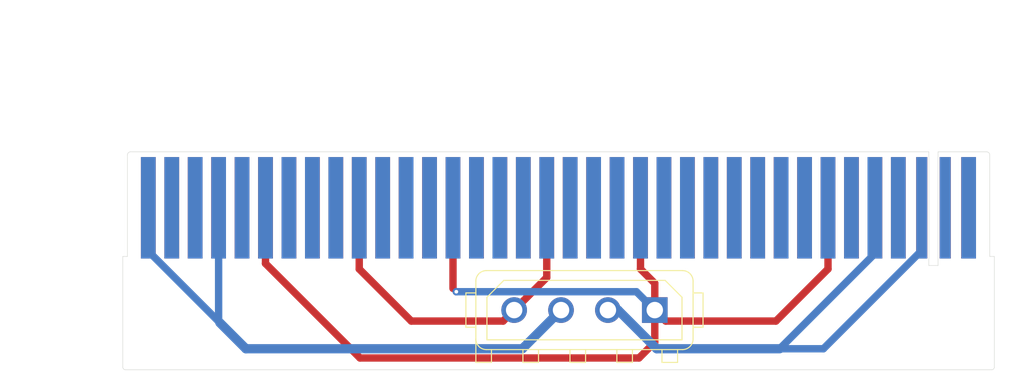
<source format=kicad_pcb>
(kicad_pcb (version 20240108) (generator "pcbnew") (generator_version "8.0")
  (layers (0 "F.Cu" signal) (31 "B.Cu" signal) (34 "B.Paste" user) (35 "F.Paste" user) (36 "B.SilkS" user "B.Silkscreen") (37 "F.SilkS" user "F.Silkscreen") (38 "B.Mask" user) (39 "F.Mask" user) (44 "Edge.Cuts" user))
  (net 0 "")
  (net 1 "FCU_12")
  (net 2 "FCU_5")
  (net 3 "BCU_GND_1")
  (net 4 "BCU_GND_2")
  (footprint "EdgeConnectors:FloppyEdge" (layer "F.Cu") (at 167.642651 87.344598)
    (property "Reference" "FloppyEdge")
    (property "Value" "FloppyEdge")
    (pad "1" smd rect (at 20.32 -7.62) (size 1.6 11) (layers "F.Cu" "F.Paste" "F.Mask"))
    (pad "2" smd rect (at 20.32 -7.62) (size 1.6 11) (layers "B.Cu" "B.Paste" "B.Mask"))
    (pad "3" smd rect (at 17.78 -7.62) (size 1.2 11) (layers "F.Cu" "F.Paste" "F.Mask"))
    (pad "4" smd rect (at 17.78 -7.62) (size 1.2 11) (layers "B.Cu" "B.Paste" "B.Mask"))
    (pad "5" smd rect (at 15.24 -7.62) (size 1.2 11) (layers "F.Cu" "F.Paste" "F.Mask"))
    (pad "6" smd rect (at 15.24 -7.62) (size 1.2 11) (layers "B.Cu" "B.Paste" "B.Mask") (net 3 "BCU_GND_1"))
    (pad "7" smd rect (at 12.7 -7.62) (size 1.6 11) (layers "F.Cu" "F.Paste" "F.Mask"))
    (pad "8" smd rect (at 12.7 -7.62) (size 1.6 11) (layers "B.Cu" "B.Paste" "B.Mask"))
    (pad "9" smd rect (at 10.16 -7.62) (size 1.6 11) (layers "F.Cu" "F.Paste" "F.Mask"))
    (pad "10" smd rect (at 10.16 -7.62) (size 1.6 11) (layers "B.Cu" "B.Paste" "B.Mask") (net 3 "BCU_GND_1"))
    (pad "11" smd rect (at 7.62 -7.62) (size 1.6 11) (layers "F.Cu" "F.Paste" "F.Mask"))
    (pad "12" smd rect (at 7.62 -7.62) (size 1.6 11) (layers "B.Cu" "B.Paste" "B.Mask"))
    (pad "13" smd rect (at 5.08 -7.62) (size 1.6 11) (layers "F.Cu" "F.Paste" "F.Mask") (net 2 "FCU_5"))
    (pad "14" smd rect (at 5.08 -7.62) (size 1.6 11) (layers "B.Cu" "B.Paste" "B.Mask"))
    (pad "15" smd rect (at 2.54 -7.62) (size 1.6 11) (layers "F.Cu" "F.Paste" "F.Mask"))
    (pad "16" smd rect (at 2.54 -7.62) (size 1.6 11) (layers "B.Cu" "B.Paste" "B.Mask"))
    (pad "17" smd rect (at 0 -7.62) (size 1.6 11) (layers "F.Cu" "F.Paste" "F.Mask"))
    (pad "18" smd rect (at 0 -7.62) (size 1.6 11) (layers "B.Cu" "B.Paste" "B.Mask"))
    (pad "19" smd rect (at -2.54 -7.62) (size 1.6 11) (layers "F.Cu" "F.Paste" "F.Mask"))
    (pad "20" smd rect (at -2.54 -7.62) (size 1.6 11) (layers "B.Cu" "B.Paste" "B.Mask"))
    (pad "21" smd rect (at -5.08 -7.62) (size 1.6 11) (layers "F.Cu" "F.Paste" "F.Mask"))
    (pad "22" smd rect (at -5.08 -7.62) (size 1.6 11) (layers "B.Cu" "B.Paste" "B.Mask"))
    (pad "23" smd rect (at -7.62 -7.62) (size 1.6 11) (layers "F.Cu" "F.Paste" "F.Mask"))
    (pad "24" smd rect (at -7.62 -7.62) (size 1.6 11) (layers "B.Cu" "B.Paste" "B.Mask"))
    (pad "25" smd rect (at -10.16 -7.62) (size 1.6 11) (layers "F.Cu" "F.Paste" "F.Mask"))
    (pad "26" smd rect (at -10.16 -7.62) (size 1.6 11) (layers "B.Cu" "B.Paste" "B.Mask"))
    (pad "27" smd rect (at -12.7 -7.62) (size 1.6 11) (layers "F.Cu" "F.Paste" "F.Mask"))
    (pad "28" smd rect (at -12.7 -7.62) (size 1.6 11) (layers "B.Cu" "B.Paste" "B.Mask"))
    (pad "29" smd rect (at -15.24 -7.62) (size 1.6 11) (layers "F.Cu" "F.Paste" "F.Mask") (net 2 "FCU_5"))
    (pad "30" smd rect (at -15.24 -7.62) (size 1.6 11) (layers "B.Cu" "B.Paste" "B.Mask"))
    (pad "31" smd rect (at -17.78 -7.62) (size 1.6 11) (layers "F.Cu" "F.Paste" "F.Mask"))
    (pad "32" smd rect (at -17.78 -7.62) (size 1.6 11) (layers "B.Cu" "B.Paste" "B.Mask"))
    (pad "33" smd rect (at -20.32 -7.62) (size 1.6 11) (layers "F.Cu" "F.Paste" "F.Mask"))
    (pad "34" smd rect (at -20.32 -7.62) (size 1.6 11) (layers "B.Cu" "B.Paste" "B.Mask"))
    (pad "35" smd rect (at -22.86 -7.62) (size 1.6 11) (layers "F.Cu" "F.Paste" "F.Mask"))
    (pad "36" smd rect (at -22.86 -7.62) (size 1.6 11) (layers "B.Cu" "B.Paste" "B.Mask"))
    (pad "37" smd rect (at -25.4 -7.62) (size 1.6 11) (layers "F.Cu" "F.Paste" "F.Mask") (net 1 "FCU_12"))
    (pad "38" smd rect (at -25.4 -7.62) (size 1.6 11) (layers "B.Cu" "B.Paste" "B.Mask"))
    (pad "39" smd rect (at -27.94 -7.62) (size 1.6 11) (layers "F.Cu" "F.Paste" "F.Mask"))
    (pad "40" smd rect (at -27.94 -7.62) (size 1.6 11) (layers "B.Cu" "B.Paste" "B.Mask"))
    (pad "41" smd rect (at -30.48 -7.62) (size 1.6 11) (layers "F.Cu" "F.Paste" "F.Mask"))
    (pad "42" smd rect (at -30.48 -7.62) (size 1.6 11) (layers "B.Cu" "B.Paste" "B.Mask"))
    (pad "43" smd rect (at -33.02 -7.62) (size 1.6 11) (layers "F.Cu" "F.Paste" "F.Mask"))
    (pad "44" smd rect (at -33.02 -7.62) (size 1.6 11) (layers "B.Cu" "B.Paste" "B.Mask"))
    (pad "45" smd rect (at -35.56 -7.62) (size 1.6 11) (layers "F.Cu" "F.Paste" "F.Mask") (net 2 "FCU_5"))
    (pad "46" smd rect (at -35.56 -7.62) (size 1.6 11) (layers "B.Cu" "B.Paste" "B.Mask"))
    (pad "47" smd rect (at -38.1 -7.62) (size 1.6 11) (layers "F.Cu" "F.Paste" "F.Mask"))
    (pad "48" smd rect (at -38.1 -7.62) (size 1.6 11) (layers "B.Cu" "B.Paste" "B.Mask"))
    (pad "49" smd rect (at -40.64 -7.62) (size 1.6 11) (layers "F.Cu" "F.Paste" "F.Mask"))
    (pad "50" smd rect (at -40.64 -7.62) (size 1.6 11) (layers "B.Cu" "B.Paste" "B.Mask"))
    (pad "51" smd rect (at -43.18 -7.62) (size 1.6 11) (layers "F.Cu" "F.Paste" "F.Mask"))
    (pad "52" smd rect (at -43.18 -7.62) (size 1.6 11) (layers "B.Cu" "B.Paste" "B.Mask"))
    (pad "53" smd rect (at -45.72 -7.62) (size 1.6 11) (layers "F.Cu" "F.Paste" "F.Mask") (net 1 "FCU_12"))
    (pad "54" smd rect (at -45.72 -7.62) (size 1.6 11) (layers "B.Cu" "B.Paste" "B.Mask"))
    (pad "55" smd rect (at -48.26 -7.62) (size 1.6 11) (layers "F.Cu" "F.Paste" "F.Mask"))
    (pad "56" smd rect (at -48.26 -7.62) (size 1.6 11) (layers "B.Cu" "B.Paste" "B.Mask"))
    (pad "57" smd rect (at -50.8 -7.62) (size 1.6 11) (layers "F.Cu" "F.Paste" "F.Mask"))
    (pad "58" smd rect (at -50.8 -7.62) (size 1.6 11) (layers "B.Cu" "B.Paste" "B.Mask"))
    (pad "59" smd rect (at -53.34 -7.62) (size 1.6 11) (layers "F.Cu" "F.Paste" "F.Mask"))
    (pad "60" smd rect (at -53.34 -7.62) (size 1.6 11) (layers "B.Cu" "B.Paste" "B.Mask"))
    (pad "61" smd rect (at -55.88 -7.62) (size 1.6 11) (layers "F.Cu" "F.Paste" "F.Mask") (net 2 "FCU_5"))
    (pad "62" smd rect (at -55.88 -7.62) (size 1.6 11) (layers "B.Cu" "B.Paste" "B.Mask"))
    (pad "63" smd rect (at -58.42 -7.62) (size 1.6 11) (layers "F.Cu" "F.Paste" "F.Mask"))
    (pad "64" smd rect (at -58.42 -7.62) (size 1.6 11) (layers "B.Cu" "B.Paste" "B.Mask"))
    (pad "65" smd rect (at -60.96 -7.62) (size 1.6 11) (layers "F.Cu" "F.Paste" "F.Mask"))
    (pad "66" smd rect (at -60.96 -7.62) (size 1.6 11) (layers "B.Cu" "B.Paste" "B.Mask") (net 4 "BCU_GND_2"))
    (pad "67" smd rect (at -63.5 -7.62) (size 1.6 11) (layers "F.Cu" "F.Paste" "F.Mask"))
    (pad "68" smd rect (at -63.5 -7.62) (size 1.6 11) (layers "B.Cu" "B.Paste" "B.Mask"))
    (pad "69" smd rect (at -66.04 -7.62) (size 1.6 11) (layers "F.Cu" "F.Paste" "F.Mask"))
    (pad "70" smd rect (at -66.04 -7.62) (size 1.6 11) (layers "B.Cu" "B.Paste" "B.Mask"))
    (pad "71" smd rect (at -68.58 -7.62) (size 1.6 11) (layers "F.Cu" "F.Paste" "F.Mask"))
    (pad "72" smd rect (at -68.58 -7.62) (size 1.6 11) (layers "B.Cu" "B.Paste" "B.Mask") (net 4 "BCU_GND_2"))
  )
  (footprint "Connector_TE-Connectivity:TE_MATE-N-LOK_350211-1_1x04_P5.08mm_Vertical" (layer "F.Cu") (at 153.95 90.81 180)
    (property "Reference" "" (at 8.89 -6.5 180) (layer "F.SilkS"))
    (property "Value" "TE_MATE-N-LOK_350211-1_1x04_P5.08mm_Vertical")
    (fp_line (start 20.47 1.86) (end 20.47 -1.86) (stroke (width 0.12)) (layer "F.SilkS"))
    (fp_line (start 20.47 -1.86) (end 19.39 -1.86) (stroke (width 0.12)) (layer "F.SilkS"))
    (fp_line (start 19.39 3.14) (end 19.39 -5.67) (stroke (width 0.12)) (layer "F.SilkS"))
    (fp_line (start 19.39 1.86) (end 20.47 1.86) (stroke (width 0.12)) (layer "F.SilkS"))
    (fp_line (start 18.25 -4.28) (end -3.01 -4.28) (stroke (width 0.12)) (layer "F.SilkS"))
    (fp_line (start 18.19 1.39) (end 16.36 3.22) (stroke (width 0.12)) (layer "F.SilkS"))
    (fp_line (start 18.19 -3.22) (end 18.19 1.39) (stroke (width 0.12)) (layer "F.SilkS"))
    (fp_line (start 17.7 -4.28) (end 17.7 -5.67) (stroke (width 0.12)) (layer "F.SilkS"))
    (fp_line (start 17.7 -5.67) (end 19.39 -5.67) (stroke (width 0.12)) (layer "F.SilkS"))
    (fp_line (start 16.36 3.22) (end -1.12 3.22) (stroke (width 0.12)) (layer "F.SilkS"))
    (fp_line (start 14.29 -5.67) (end 14.29 -4.28) (stroke (width 0.12)) (layer "F.SilkS"))
    (fp_line (start 12.6 -4.28) (end 12.6 -5.67) (stroke (width 0.12)) (layer "F.SilkS"))
    (fp_line (start 12.6 -5.67) (end 14.29 -5.67) (stroke (width 0.12)) (layer "F.SilkS"))
    (fp_line (start 9.19 -5.67) (end 9.19 -4.28) (stroke (width 0.12)) (layer "F.SilkS"))
    (fp_line (start 7.5 -4.28) (end 7.5 -5.67) (stroke (width 0.12)) (layer "F.SilkS"))
    (fp_line (start 7.5 -5.67) (end 9.19 -5.67) (stroke (width 0.12)) (layer "F.SilkS"))
    (fp_line (start 4.11 -5.67) (end 4.11 -4.28) (stroke (width 0.12)) (layer "F.SilkS"))
    (fp_line (start 2.42 -4.28) (end 2.42 -5.67) (stroke (width 0.12)) (layer "F.SilkS"))
    (fp_line (start 2.42 -5.67) (end 4.11 -5.67) (stroke (width 0.12)) (layer "F.SilkS"))
    (fp_line (start -0.78 -5.67) (end -0.78 -4.28) (stroke (width 0.12)) (layer "F.SilkS"))
    (fp_line (start -1.12 3.22) (end -2.95 1.39) (stroke (width 0.12)) (layer "F.SilkS"))
    (fp_line (start -2.47 -4.28) (end -2.47 -5.67) (stroke (width 0.12)) (layer "F.SilkS"))
    (fp_line (start -2.47 -5.67) (end -0.78 -5.67) (stroke (width 0.12)) (layer "F.SilkS"))
    (fp_line (start -2.95 1.39) (end -2.95 -3.22) (stroke (width 0.12)) (layer "F.SilkS"))
    (fp_line (start -2.95 -3.22) (end 18.19 -3.22) (stroke (width 0.12)) (layer "F.SilkS"))
    (fp_line (start -3.01 4.28) (end 18.25 4.28) (stroke (width 0.12)) (layer "F.SilkS"))
    (fp_line (start -4.15 1.86) (end -5.23 1.86) (stroke (width 0.12)) (layer "F.SilkS"))
    (fp_line (start -4.15 -3.14) (end -4.15 3.14) (stroke (width 0.12)) (layer "F.SilkS"))
    (fp_line (start -5.23 1.86) (end -5.23 -1.86) (stroke (width 0.12)) (layer "F.SilkS"))
    (fp_line (start -5.23 -1.86) (end -4.15 -1.86) (stroke (width 0.12)) (layer "F.SilkS"))
    (fp_arc (start 19.39 3.14) (mid 19.056102 3.946102) (end 18.25 4.28) (stroke (width 0.12)) (layer "F.SilkS"))
    (fp_arc (start 18.25 -4.28) (mid 19.056102 -3.946102) (end 19.39 -3.14) (stroke (width 0.12)) (layer "F.SilkS"))
    (fp_arc (start -3.01 4.28) (mid -3.816102 3.946102) (end -4.15 3.14) (stroke (width 0.12)) (layer "F.SilkS"))
    (fp_arc (start -4.15 -3.14) (mid -3.816102 -3.946102) (end -3.01 -4.28) (stroke (width 0.12)) (layer "F.SilkS"))
    (pad "1" thru_hole rect (at 0 0 180) (size 2.78 2.78) (drill 1.78) (layers "*.Cu" "*.Mask") (net 2 "FCU_5"))
    (pad "2" thru_hole circle (at 5.08 0 180) (size 2.78 2.78) (drill 1.78) (layers "*.Cu" "*.Mask") (net 3 "BCU_GND_1"))
    (pad "3" thru_hole circle (at 10.16 0 180) (size 2.78 2.78) (drill 1.78) (layers "*.Cu" "*.Mask") (net 4 "BCU_GND_2"))
    (pad "4" thru_hole circle (at 15.24 0 180) (size 2.78 2.78) (drill 1.78) (layers "*.Cu" "*.Mask") (net 1 "FCU_12"))
  )
  (gr_line (start 96.54 97.28) (end 190.45 97.28) (stroke (width 0.05)) (layer "Edge.Cuts"))
  (gr_line (start 96.3 85) (end 96.3 97) (stroke (width 0.05)) (layer "Edge.Cuts"))
  (gr_line (start 96.8 74) (end 96.8 85) (stroke (width 0.05)) (layer "Edge.Cuts"))
  (gr_line (start 190.75 85) (end 190.75 97) (stroke (width 0.05)) (layer "Edge.Cuts"))
  (gr_line (start 183.65 73.66) (end 183.65 85.97939) (stroke (width 0.05)) (layer "Edge.Cuts"))
  (gr_line (start 190.25 74) (end 190.25 85) (stroke (width 0.05)) (layer "Edge.Cuts"))
  (gr_line (start 96.8 85) (end 96.3 85) (stroke (width 0.05)) (layer "Edge.Cuts"))
  (gr_line (start 184.65 85.979) (end 183.65 85.97939) (stroke (width 0.05)) (layer "Edge.Cuts"))
  (gr_arc (start 96.54 97.28) (mid 96.373508 97.180791) (end 96.3 97) (stroke (width 0.05)) (layer "Edge.Cuts"))
  (gr_line (start 184.65 73.66) (end 189.9 73.66) (stroke (width 0.05)) (layer "Edge.Cuts"))
  (gr_line (start 184.65 73.66) (end 184.65 85.979) (stroke (width 0.05)) (layer "Edge.Cuts"))
  (gr_line (start 183.65 73.66) (end 97.1 73.66) (stroke (width 0.05)) (layer "Edge.Cuts"))
  (gr_arc (start 96.8 74) (mid 96.885926 73.774065) (end 97.1 73.66) (stroke (width 0.05)) (layer "Edge.Cuts"))
  (gr_arc (start 190.75 97) (mid 190.657493 97.198198) (end 190.45 97.28) (stroke (width 0.05)) (layer "Edge.Cuts"))
  (gr_arc (start 189.9 73.66) (mid 190.146958 73.75597) (end 190.25 74) (stroke (width 0.05)) (layer "Edge.Cuts"))
  (gr_line (start 190.75 85) (end 190.25 85) (stroke (width 0.05)) (layer "Edge.Cuts"))
  (segment (start 121.92 86.36) (end 127.56 92) (width 0.8) (layer "F.Cu") (net 1))
  (segment (start 127.56 92) (end 137.52 92) (width 0.8) (layer "F.Cu") (net 1))
  (segment (start 121.922651 86.357349) (end 121.92 86.36) (width 0.5) (layer "F.Cu") (net 1))
  (segment (start 121.922651 79.724598) (end 121.922651 86.357349) (width 0.8) (layer "F.Cu") (net 1))
  (segment (start 142.242651 79.724598) (end 142.242651 87.277349) (width 0.8) (layer "F.Cu") (net 1))
  (segment (start 137.52 92) (end 142.242651 87.277349) (width 0.8) (layer "F.Cu") (net 1))
  (segment (start 167.08 92) (end 155.14 92) (width 0.8) (layer "F.Cu") (net 2))
  (segment (start 153.95 90.81) (end 153.95 87.91) (width 0.8) (layer "F.Cu") (net 2))
  (segment (start 152.24 96) (end 122 96) (width 0.8) (layer "F.Cu") (net 2))
  (segment (start 152.402651 86.357349) (end 152.4 86.36) (width 0.5) (layer "F.Cu") (net 2))
  (segment (start 155.14 92) (end 153.95 90.81) (width 0.8) (layer "F.Cu") (net 2))
  (segment (start 172.722651 86.357349) (end 167.08 92) (width 0.8) (layer "F.Cu") (net 2))
  (segment (start 122 96) (end 111.762651 85.762651) (width 0.8) (layer "F.Cu") (net 2))
  (segment (start 111.762651 85.762651) (end 111.762651 79.724598) (width 0.8) (layer "F.Cu") (net 2))
  (segment (start 152.402651 79.724598) (end 152.402651 86.357349) (width 0.8) (layer "F.Cu") (net 2))
  (segment (start 153.95 87.91) (end 152.4 86.36) (width 0.8) (layer "F.Cu") (net 2))
  (segment (start 111.762651 83.822651) (end 111.76 83.825302) (width 0.2) (layer "F.Cu") (net 2))
  (segment (start 172.722651 79.724598) (end 172.722651 86.357349) (width 0.8) (layer "F.Cu") (net 2))
  (segment (start 111.762651 79.724598) (end 111.762651 83.822651) (width 0.2) (layer "F.Cu") (net 2))
  (segment (start 132.082651 88.46) (end 132.082651 79.724598) (width 0.8) (layer "F.Cu") (net 2))
  (segment (start 153.95 94.29) (end 152.24 96) (width 0.8) (layer "F.Cu") (net 2))
  (segment (start 153.95 90.81) (end 153.95 94.29) (width 0.8) (layer "F.Cu") (net 2))
  (via blind (at 132.442651 88.82) (size 0.8) (drill 0.4) (layers "F.Cu" "B.Cu") (net 2))
  (segment (start 151.96 88.82) (end 153.95 90.81) (width 0.8) (layer "B.Cu") (net 2))
  (segment (start 132.442651 88.82) (end 151.96 88.82) (width 0.8) (layer "B.Cu") (net 2))
  (segment (start 154.16 95) (end 149.97 90.81) (width 1) (layer "B.Cu") (net 3))
  (segment (start 177.802651 79.724598) (end 177.802651 84.684598) (width 0.8) (layer "B.Cu") (net 3))
  (segment (start 177.802651 84.684598) (end 167.487249 95) (width 0.8) (layer "B.Cu") (net 3))
  (segment (start 182.75 79.724598) (end 182.75 84.474598) (width 0.8) (layer "B.Cu") (net 3))
  (segment (start 149.97 90.81) (end 148.87 90.81) (width 1) (layer "B.Cu") (net 3))
  (segment (start 172.224598 95) (end 167.487249 95) (width 0.8) (layer "B.Cu") (net 3))
  (segment (start 167.487249 95) (end 154.16 95) (width 1) (layer "B.Cu") (net 3))
  (segment (start 182.75 84.474598) (end 172.224598 95) (width 0.8) (layer "B.Cu") (net 3))
  (segment (start 99.062651 84.424598) (end 106.819026 92.180974) (width 0.8) (layer "B.Cu") (net 4))
  (segment (start 106.819026 92.180974) (end 109.638053 95) (width 1) (layer "B.Cu") (net 4))
  (segment (start 109.638053 95) (end 139.6 95) (width 1) (layer "B.Cu") (net 4))
  (segment (start 99.062651 79.724598) (end 99.062651 84.424598) (width 0.8) (layer "B.Cu") (net 4))
  (segment (start 139.6 95) (end 143.79 90.81) (width 1) (layer "B.Cu") (net 4))
  (segment (start 106.682651 92.044599) (end 106.819026 92.180974) (width 0.8) (layer "B.Cu") (net 4))
  (segment (start 106.682651 79.724598) (end 106.682651 92.044599) (width 0.8) (layer "B.Cu") (net 4))
)
</source>
